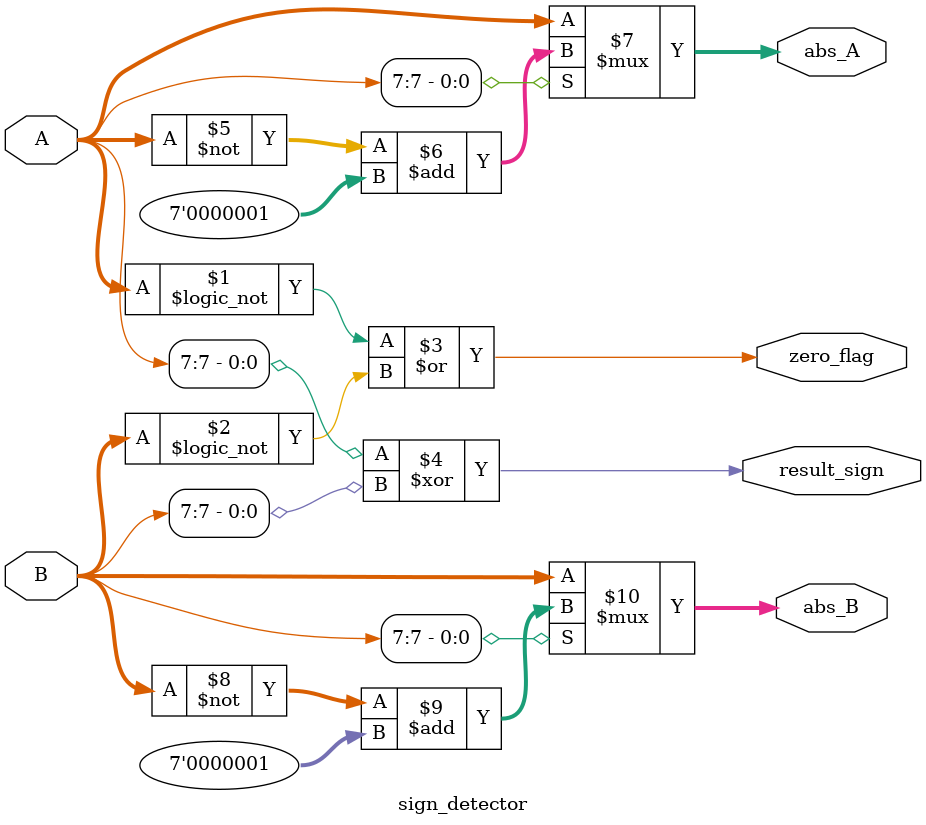
<source format=sv>
module sign_detector(
    input  bit signed [7:0] A, B,
    output bit              zero_flag,
    output bit        [7:0] abs_A, abs_B,
    output bit              result_sign
    );

    assign zero_flag = (A == 8'b0) | (B == 8'b0);
    assign result_sign = A[7] ^ B[7];
    assign abs_A = A[7] ? (~A + 7'b1) : A;
    assign abs_B = B[7] ? (~B + 7'b1) : B;
endmodule

</source>
